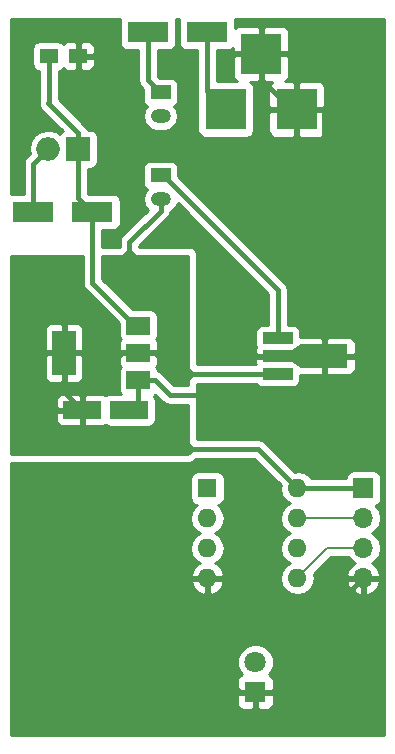
<source format=gbr>
G04 #@! TF.FileFunction,Copper,L1,Top,Signal*
%FSLAX46Y46*%
G04 Gerber Fmt 4.6, Leading zero omitted, Abs format (unit mm)*
G04 Created by KiCad (PCBNEW 4.0.7-e2-6376~58~ubuntu16.04.1) date Wed Nov  1 22:14:58 2017*
%MOMM*%
%LPD*%
G01*
G04 APERTURE LIST*
%ADD10C,0.100000*%
%ADD11R,1.500000X1.250000*%
%ADD12R,3.200000X1.500000*%
%ADD13R,3.500000X1.800000*%
%ADD14R,1.700000X1.700000*%
%ADD15O,1.700000X1.700000*%
%ADD16R,1.700000X1.200000*%
%ADD17O,1.700000X1.200000*%
%ADD18R,2.500000X1.000000*%
%ADD19R,4.000000X2.000000*%
%ADD20R,2.000000X3.800000*%
%ADD21R,2.000000X1.500000*%
%ADD22R,1.600000X1.600000*%
%ADD23O,1.600000X1.600000*%
%ADD24O,1.998980X1.998980*%
%ADD25R,1.998980X1.998980*%
%ADD26R,1.800000X1.800000*%
%ADD27C,1.800000*%
%ADD28R,3.500000X3.500000*%
%ADD29C,0.600000*%
%ADD30C,0.400000*%
%ADD31C,0.200000*%
%ADD32C,0.250000*%
%ADD33C,0.254000*%
G04 APERTURE END LIST*
D10*
D11*
X103906000Y-53848000D03*
X106406000Y-53848000D03*
D12*
X106744000Y-83820000D03*
X110744000Y-83820000D03*
D13*
X112308000Y-51816000D03*
X117308000Y-51816000D03*
X107616000Y-67056000D03*
X102616000Y-67056000D03*
D14*
X130556000Y-90424000D03*
D15*
X130556000Y-92964000D03*
X130556000Y-95504000D03*
X130556000Y-98044000D03*
D16*
X113376000Y-56928000D03*
D17*
X113376000Y-58928000D03*
D18*
X123294000Y-77748000D03*
X123294000Y-79248000D03*
X123294000Y-80748000D03*
D19*
X127254000Y-79248000D03*
D10*
G36*
X125279000Y-80248000D02*
X124529000Y-79748000D01*
X124529000Y-78748000D01*
X125279000Y-78248000D01*
X125279000Y-80248000D01*
X125279000Y-80248000D01*
G37*
D20*
X105206000Y-78980000D03*
D21*
X111506000Y-78980000D03*
X111506000Y-76680000D03*
X111506000Y-81280000D03*
D16*
X113376000Y-63956000D03*
D17*
X113376000Y-65956000D03*
D22*
X117348000Y-90424000D03*
D23*
X124968000Y-98044000D03*
X117348000Y-92964000D03*
X124968000Y-95504000D03*
X117348000Y-95504000D03*
X124968000Y-92964000D03*
X117348000Y-98044000D03*
X124968000Y-90424000D03*
D24*
X103886000Y-61722000D03*
D25*
X106426000Y-61722000D03*
D26*
X121412000Y-107696000D03*
D27*
X121412000Y-105156000D03*
D28*
X118900000Y-58370000D03*
X124900000Y-58370000D03*
X121900000Y-53670000D03*
D29*
X120396000Y-79248000D03*
X113792000Y-78994000D03*
X105156000Y-75946000D03*
X103124000Y-75946000D03*
X103124000Y-77470000D03*
X103124000Y-78994000D03*
X103124000Y-80518000D03*
X103124000Y-82042000D03*
X105206000Y-82042000D03*
D30*
X117308000Y-51816000D02*
X117308000Y-56778000D01*
X117308000Y-56778000D02*
X118900000Y-58370000D01*
X123294000Y-79248000D02*
X120396000Y-79248000D01*
X114017000Y-62484000D02*
X122936000Y-62484000D01*
X122936000Y-62484000D02*
X124900000Y-60520000D01*
X124900000Y-60520000D02*
X124900000Y-58370000D01*
X106406000Y-53848000D02*
X106406000Y-54873000D01*
X106406000Y-54873000D02*
X114017000Y-62484000D01*
X124904000Y-79248000D02*
X123294000Y-79248000D01*
X123294000Y-79248000D02*
X127254000Y-79248000D01*
X127254000Y-79248000D02*
X127254000Y-58574000D01*
X127254000Y-58574000D02*
X127050000Y-58370000D01*
X127050000Y-58370000D02*
X124900000Y-58370000D01*
X117348000Y-98044000D02*
X117348000Y-104932000D01*
X117348000Y-104932000D02*
X120112000Y-107696000D01*
X120112000Y-107696000D02*
X121412000Y-107696000D01*
X129706001Y-102703999D02*
X124714000Y-107696000D01*
X124714000Y-107696000D02*
X121412000Y-107696000D01*
X130556000Y-98044000D02*
X129706001Y-98893999D01*
X129706001Y-98893999D02*
X129706001Y-102703999D01*
X125476000Y-82550000D02*
X127254000Y-80772000D01*
X127254000Y-80772000D02*
X127254000Y-79248000D01*
X111506000Y-81280000D02*
X112906000Y-81280000D01*
X112906000Y-81280000D02*
X114176000Y-82550000D01*
X114176000Y-82550000D02*
X125476000Y-82550000D01*
X111506000Y-81280000D02*
X111506000Y-83058000D01*
X111506000Y-83058000D02*
X110744000Y-83820000D01*
X121900000Y-53670000D02*
X121900000Y-55820000D01*
X121900000Y-55820000D02*
X124450000Y-58370000D01*
X124450000Y-58370000D02*
X124900000Y-58370000D01*
X106426000Y-61722000D02*
X106426000Y-65866000D01*
X106426000Y-65866000D02*
X107616000Y-67056000D01*
X107616000Y-67056000D02*
X107616000Y-73040000D01*
X111256000Y-76680000D02*
X111506000Y-76680000D01*
X107616000Y-73040000D02*
X111256000Y-76680000D01*
X103886000Y-57782510D02*
X103906000Y-57762510D01*
X103906000Y-57762510D02*
X103906000Y-53848000D01*
X106426000Y-61722000D02*
X106426000Y-60322510D01*
X106426000Y-60322510D02*
X103886000Y-57782510D01*
X115824000Y-87376000D02*
X115316000Y-87376000D01*
X116078000Y-87122000D02*
X115824000Y-87376000D01*
X115570000Y-86614000D02*
X116078000Y-87122000D01*
X116078000Y-87122000D02*
X108458000Y-87122000D01*
X121666000Y-87122000D02*
X116078000Y-87122000D01*
X110744000Y-70358000D02*
X110236000Y-70866000D01*
X111252000Y-70866000D02*
X110744000Y-70358000D01*
X110744000Y-70358000D02*
X110744000Y-71882000D01*
X110744000Y-69588000D02*
X110744000Y-70358000D01*
X113376000Y-65956000D02*
X113376000Y-66956000D01*
X113376000Y-66956000D02*
X110744000Y-69588000D01*
X111506000Y-78980000D02*
X113778000Y-78980000D01*
X113778000Y-78980000D02*
X113792000Y-78994000D01*
X116054000Y-80748000D02*
X115570000Y-80264000D01*
X116054000Y-80796000D02*
X115570000Y-81280000D01*
X116054000Y-80748000D02*
X116054000Y-80796000D01*
X116332000Y-80748000D02*
X121644000Y-80748000D01*
X114674000Y-80748000D02*
X116332000Y-80748000D01*
X116332000Y-80748000D02*
X116054000Y-80748000D01*
X103124000Y-77470000D02*
X103124000Y-75946000D01*
X103124000Y-80518000D02*
X103124000Y-78994000D01*
X105206000Y-82042000D02*
X103124000Y-82042000D01*
X108458000Y-87122000D02*
X106744000Y-85408000D01*
X106744000Y-85408000D02*
X106744000Y-83820000D01*
X124968000Y-90424000D02*
X121666000Y-87122000D01*
X105206000Y-82042000D02*
X105206000Y-82282000D01*
X105206000Y-78980000D02*
X105206000Y-82042000D01*
X111506000Y-78980000D02*
X110106000Y-78980000D01*
X110106000Y-78980000D02*
X106744000Y-82342000D01*
X106744000Y-82342000D02*
X106744000Y-82670000D01*
X106744000Y-82670000D02*
X106744000Y-83820000D01*
X124968000Y-90424000D02*
X130556000Y-90424000D01*
X111506000Y-78980000D02*
X112906000Y-78980000D01*
X112906000Y-78980000D02*
X114674000Y-80748000D01*
X121644000Y-80748000D02*
X123294000Y-80748000D01*
X105206000Y-82282000D02*
X106744000Y-83820000D01*
X105206000Y-78980000D02*
X111506000Y-78980000D01*
X113626000Y-65956000D02*
X113376000Y-65956000D01*
X112308000Y-51816000D02*
X112308000Y-55908000D01*
X112308000Y-55908000D02*
X113376000Y-56976000D01*
X102616000Y-67056000D02*
X102616000Y-62992000D01*
X102616000Y-62992000D02*
X103886000Y-61722000D01*
D31*
X124968000Y-92964000D02*
X130556000Y-92964000D01*
X124968000Y-98044000D02*
X127508000Y-95504000D01*
X127508000Y-95504000D02*
X130556000Y-95504000D01*
D30*
X113376000Y-63956000D02*
X113626000Y-63956000D01*
X123294000Y-76848000D02*
X123294000Y-77748000D01*
X113626000Y-63956000D02*
X123294000Y-73624000D01*
X123294000Y-73624000D02*
X123294000Y-76848000D01*
D32*
X113626000Y-63956000D02*
X113678000Y-64008000D01*
D33*
G36*
X106781000Y-73040000D02*
X106844561Y-73359541D01*
X107025566Y-73630434D01*
X109858560Y-76463428D01*
X109858560Y-77430000D01*
X109902838Y-77665317D01*
X110008482Y-77829492D01*
X109967673Y-77870301D01*
X109871000Y-78103690D01*
X109871000Y-78694250D01*
X110029750Y-78853000D01*
X111379000Y-78853000D01*
X111379000Y-78833000D01*
X111633000Y-78833000D01*
X111633000Y-78853000D01*
X112982250Y-78853000D01*
X113141000Y-78694250D01*
X113141000Y-78103690D01*
X113044327Y-77870301D01*
X113002366Y-77828340D01*
X113102431Y-77681890D01*
X113153440Y-77430000D01*
X113153440Y-75930000D01*
X113109162Y-75694683D01*
X112970090Y-75478559D01*
X112757890Y-75333569D01*
X112506000Y-75282560D01*
X111039428Y-75282560D01*
X108451000Y-72694132D01*
X108451000Y-70739000D01*
X115697000Y-70739000D01*
X115697000Y-81715000D01*
X114521868Y-81715000D01*
X113496434Y-80689566D01*
X113225541Y-80508561D01*
X113146446Y-80492828D01*
X113109162Y-80294683D01*
X113003518Y-80130508D01*
X113044327Y-80089699D01*
X113141000Y-79856310D01*
X113141000Y-79265750D01*
X112982250Y-79107000D01*
X111633000Y-79107000D01*
X111633000Y-79127000D01*
X111379000Y-79127000D01*
X111379000Y-79107000D01*
X110029750Y-79107000D01*
X109871000Y-79265750D01*
X109871000Y-79856310D01*
X109967673Y-80089699D01*
X110009634Y-80131660D01*
X109909569Y-80278110D01*
X109858560Y-80530000D01*
X109858560Y-82030000D01*
X109902838Y-82265317D01*
X110004021Y-82422560D01*
X109144000Y-82422560D01*
X108908683Y-82466838D01*
X108744507Y-82572482D01*
X108703698Y-82531673D01*
X108470309Y-82435000D01*
X107029750Y-82435000D01*
X106871000Y-82593750D01*
X106871000Y-83693000D01*
X106891000Y-83693000D01*
X106891000Y-83947000D01*
X106871000Y-83947000D01*
X106871000Y-85046250D01*
X107029750Y-85205000D01*
X108470309Y-85205000D01*
X108703698Y-85108327D01*
X108745660Y-85066366D01*
X108892110Y-85166431D01*
X109144000Y-85217440D01*
X112344000Y-85217440D01*
X112579317Y-85173162D01*
X112795441Y-85034090D01*
X112940431Y-84821890D01*
X112991440Y-84570000D01*
X112991440Y-83070000D01*
X112947162Y-82834683D01*
X112808090Y-82618559D01*
X112786711Y-82603952D01*
X112946355Y-82501223D01*
X113585566Y-83140434D01*
X113856459Y-83321439D01*
X114176000Y-83385000D01*
X115697000Y-83385000D01*
X115697000Y-87503000D01*
X100710000Y-87503000D01*
X100710000Y-84105750D01*
X104509000Y-84105750D01*
X104509000Y-84696310D01*
X104605673Y-84929699D01*
X104784302Y-85108327D01*
X105017691Y-85205000D01*
X106458250Y-85205000D01*
X106617000Y-85046250D01*
X106617000Y-83947000D01*
X104667750Y-83947000D01*
X104509000Y-84105750D01*
X100710000Y-84105750D01*
X100710000Y-82943690D01*
X104509000Y-82943690D01*
X104509000Y-83534250D01*
X104667750Y-83693000D01*
X106617000Y-83693000D01*
X106617000Y-82593750D01*
X106458250Y-82435000D01*
X105017691Y-82435000D01*
X104784302Y-82531673D01*
X104605673Y-82710301D01*
X104509000Y-82943690D01*
X100710000Y-82943690D01*
X100710000Y-79265750D01*
X103571000Y-79265750D01*
X103571000Y-81006310D01*
X103667673Y-81239699D01*
X103846302Y-81418327D01*
X104079691Y-81515000D01*
X104920250Y-81515000D01*
X105079000Y-81356250D01*
X105079000Y-79107000D01*
X105333000Y-79107000D01*
X105333000Y-81356250D01*
X105491750Y-81515000D01*
X106332309Y-81515000D01*
X106565698Y-81418327D01*
X106744327Y-81239699D01*
X106841000Y-81006310D01*
X106841000Y-79265750D01*
X106682250Y-79107000D01*
X105333000Y-79107000D01*
X105079000Y-79107000D01*
X103729750Y-79107000D01*
X103571000Y-79265750D01*
X100710000Y-79265750D01*
X100710000Y-76953690D01*
X103571000Y-76953690D01*
X103571000Y-78694250D01*
X103729750Y-78853000D01*
X105079000Y-78853000D01*
X105079000Y-76603750D01*
X105333000Y-76603750D01*
X105333000Y-78853000D01*
X106682250Y-78853000D01*
X106841000Y-78694250D01*
X106841000Y-76953690D01*
X106744327Y-76720301D01*
X106565698Y-76541673D01*
X106332309Y-76445000D01*
X105491750Y-76445000D01*
X105333000Y-76603750D01*
X105079000Y-76603750D01*
X104920250Y-76445000D01*
X104079691Y-76445000D01*
X103846302Y-76541673D01*
X103667673Y-76720301D01*
X103571000Y-76953690D01*
X100710000Y-76953690D01*
X100710000Y-70739000D01*
X106781000Y-70739000D01*
X106781000Y-73040000D01*
X106781000Y-73040000D01*
G37*
X106781000Y-73040000D02*
X106844561Y-73359541D01*
X107025566Y-73630434D01*
X109858560Y-76463428D01*
X109858560Y-77430000D01*
X109902838Y-77665317D01*
X110008482Y-77829492D01*
X109967673Y-77870301D01*
X109871000Y-78103690D01*
X109871000Y-78694250D01*
X110029750Y-78853000D01*
X111379000Y-78853000D01*
X111379000Y-78833000D01*
X111633000Y-78833000D01*
X111633000Y-78853000D01*
X112982250Y-78853000D01*
X113141000Y-78694250D01*
X113141000Y-78103690D01*
X113044327Y-77870301D01*
X113002366Y-77828340D01*
X113102431Y-77681890D01*
X113153440Y-77430000D01*
X113153440Y-75930000D01*
X113109162Y-75694683D01*
X112970090Y-75478559D01*
X112757890Y-75333569D01*
X112506000Y-75282560D01*
X111039428Y-75282560D01*
X108451000Y-72694132D01*
X108451000Y-70739000D01*
X115697000Y-70739000D01*
X115697000Y-81715000D01*
X114521868Y-81715000D01*
X113496434Y-80689566D01*
X113225541Y-80508561D01*
X113146446Y-80492828D01*
X113109162Y-80294683D01*
X113003518Y-80130508D01*
X113044327Y-80089699D01*
X113141000Y-79856310D01*
X113141000Y-79265750D01*
X112982250Y-79107000D01*
X111633000Y-79107000D01*
X111633000Y-79127000D01*
X111379000Y-79127000D01*
X111379000Y-79107000D01*
X110029750Y-79107000D01*
X109871000Y-79265750D01*
X109871000Y-79856310D01*
X109967673Y-80089699D01*
X110009634Y-80131660D01*
X109909569Y-80278110D01*
X109858560Y-80530000D01*
X109858560Y-82030000D01*
X109902838Y-82265317D01*
X110004021Y-82422560D01*
X109144000Y-82422560D01*
X108908683Y-82466838D01*
X108744507Y-82572482D01*
X108703698Y-82531673D01*
X108470309Y-82435000D01*
X107029750Y-82435000D01*
X106871000Y-82593750D01*
X106871000Y-83693000D01*
X106891000Y-83693000D01*
X106891000Y-83947000D01*
X106871000Y-83947000D01*
X106871000Y-85046250D01*
X107029750Y-85205000D01*
X108470309Y-85205000D01*
X108703698Y-85108327D01*
X108745660Y-85066366D01*
X108892110Y-85166431D01*
X109144000Y-85217440D01*
X112344000Y-85217440D01*
X112579317Y-85173162D01*
X112795441Y-85034090D01*
X112940431Y-84821890D01*
X112991440Y-84570000D01*
X112991440Y-83070000D01*
X112947162Y-82834683D01*
X112808090Y-82618559D01*
X112786711Y-82603952D01*
X112946355Y-82501223D01*
X113585566Y-83140434D01*
X113856459Y-83321439D01*
X114176000Y-83385000D01*
X115697000Y-83385000D01*
X115697000Y-87503000D01*
X100710000Y-87503000D01*
X100710000Y-84105750D01*
X104509000Y-84105750D01*
X104509000Y-84696310D01*
X104605673Y-84929699D01*
X104784302Y-85108327D01*
X105017691Y-85205000D01*
X106458250Y-85205000D01*
X106617000Y-85046250D01*
X106617000Y-83947000D01*
X104667750Y-83947000D01*
X104509000Y-84105750D01*
X100710000Y-84105750D01*
X100710000Y-82943690D01*
X104509000Y-82943690D01*
X104509000Y-83534250D01*
X104667750Y-83693000D01*
X106617000Y-83693000D01*
X106617000Y-82593750D01*
X106458250Y-82435000D01*
X105017691Y-82435000D01*
X104784302Y-82531673D01*
X104605673Y-82710301D01*
X104509000Y-82943690D01*
X100710000Y-82943690D01*
X100710000Y-79265750D01*
X103571000Y-79265750D01*
X103571000Y-81006310D01*
X103667673Y-81239699D01*
X103846302Y-81418327D01*
X104079691Y-81515000D01*
X104920250Y-81515000D01*
X105079000Y-81356250D01*
X105079000Y-79107000D01*
X105333000Y-79107000D01*
X105333000Y-81356250D01*
X105491750Y-81515000D01*
X106332309Y-81515000D01*
X106565698Y-81418327D01*
X106744327Y-81239699D01*
X106841000Y-81006310D01*
X106841000Y-79265750D01*
X106682250Y-79107000D01*
X105333000Y-79107000D01*
X105079000Y-79107000D01*
X103729750Y-79107000D01*
X103571000Y-79265750D01*
X100710000Y-79265750D01*
X100710000Y-76953690D01*
X103571000Y-76953690D01*
X103571000Y-78694250D01*
X103729750Y-78853000D01*
X105079000Y-78853000D01*
X105079000Y-76603750D01*
X105333000Y-76603750D01*
X105333000Y-78853000D01*
X106682250Y-78853000D01*
X106841000Y-78694250D01*
X106841000Y-76953690D01*
X106744327Y-76720301D01*
X106565698Y-76541673D01*
X106332309Y-76445000D01*
X105491750Y-76445000D01*
X105333000Y-76603750D01*
X105079000Y-76603750D01*
X104920250Y-76445000D01*
X104079691Y-76445000D01*
X103846302Y-76541673D01*
X103667673Y-76720301D01*
X103571000Y-76953690D01*
X100710000Y-76953690D01*
X100710000Y-70739000D01*
X106781000Y-70739000D01*
X106781000Y-73040000D01*
G36*
X109910560Y-50916000D02*
X109910560Y-52716000D01*
X109954838Y-52951317D01*
X110093910Y-53167441D01*
X110306110Y-53312431D01*
X110558000Y-53363440D01*
X111473000Y-53363440D01*
X111473000Y-55908000D01*
X111536561Y-56227541D01*
X111641560Y-56384683D01*
X111717566Y-56498434D01*
X111878560Y-56659428D01*
X111878560Y-57528000D01*
X111922838Y-57763317D01*
X112061910Y-57979441D01*
X112207475Y-58078901D01*
X111955916Y-58455386D01*
X111861907Y-58928000D01*
X111955916Y-59400614D01*
X112223630Y-59801277D01*
X112624293Y-60068991D01*
X113096907Y-60163000D01*
X113655093Y-60163000D01*
X114127707Y-60068991D01*
X114528370Y-59801277D01*
X114796084Y-59400614D01*
X114890093Y-58928000D01*
X114796084Y-58455386D01*
X114543926Y-58078004D01*
X114677441Y-57992090D01*
X114822431Y-57779890D01*
X114873440Y-57528000D01*
X114873440Y-56328000D01*
X114829162Y-56092683D01*
X114690090Y-55876559D01*
X114477890Y-55731569D01*
X114226000Y-55680560D01*
X113261428Y-55680560D01*
X113143000Y-55562132D01*
X113143000Y-53363440D01*
X114058000Y-53363440D01*
X114293317Y-53319162D01*
X114509441Y-53180090D01*
X114654431Y-52967890D01*
X114705440Y-52716000D01*
X114705440Y-50916000D01*
X114666678Y-50710000D01*
X114952276Y-50710000D01*
X114910560Y-50916000D01*
X114910560Y-52716000D01*
X114954838Y-52951317D01*
X115093910Y-53167441D01*
X115306110Y-53312431D01*
X115558000Y-53363440D01*
X116473000Y-53363440D01*
X116473000Y-56778000D01*
X116502560Y-56926607D01*
X116502560Y-60120000D01*
X116546838Y-60355317D01*
X116685910Y-60571441D01*
X116898110Y-60716431D01*
X117150000Y-60767440D01*
X120650000Y-60767440D01*
X120885317Y-60723162D01*
X121101441Y-60584090D01*
X121246431Y-60371890D01*
X121297440Y-60120000D01*
X121297440Y-58655750D01*
X122515000Y-58655750D01*
X122515000Y-60246310D01*
X122611673Y-60479699D01*
X122790302Y-60658327D01*
X123023691Y-60755000D01*
X124614250Y-60755000D01*
X124773000Y-60596250D01*
X124773000Y-58497000D01*
X125027000Y-58497000D01*
X125027000Y-60596250D01*
X125185750Y-60755000D01*
X126776309Y-60755000D01*
X127009698Y-60658327D01*
X127188327Y-60479699D01*
X127285000Y-60246310D01*
X127285000Y-58655750D01*
X127126250Y-58497000D01*
X125027000Y-58497000D01*
X124773000Y-58497000D01*
X122673750Y-58497000D01*
X122515000Y-58655750D01*
X121297440Y-58655750D01*
X121297440Y-56620000D01*
X121253162Y-56384683D01*
X121114090Y-56168559D01*
X120947891Y-56055000D01*
X121614250Y-56055000D01*
X121773000Y-55896250D01*
X121773000Y-53797000D01*
X122027000Y-53797000D01*
X122027000Y-55896250D01*
X122185750Y-56055000D01*
X122854696Y-56055000D01*
X122790302Y-56081673D01*
X122611673Y-56260301D01*
X122515000Y-56493690D01*
X122515000Y-58084250D01*
X122673750Y-58243000D01*
X124773000Y-58243000D01*
X124773000Y-56143750D01*
X125027000Y-56143750D01*
X125027000Y-58243000D01*
X127126250Y-58243000D01*
X127285000Y-58084250D01*
X127285000Y-56493690D01*
X127188327Y-56260301D01*
X127009698Y-56081673D01*
X126776309Y-55985000D01*
X125185750Y-55985000D01*
X125027000Y-56143750D01*
X124773000Y-56143750D01*
X124614250Y-55985000D01*
X123945304Y-55985000D01*
X124009698Y-55958327D01*
X124188327Y-55779699D01*
X124285000Y-55546310D01*
X124285000Y-53955750D01*
X124126250Y-53797000D01*
X122027000Y-53797000D01*
X121773000Y-53797000D01*
X119673750Y-53797000D01*
X119515000Y-53955750D01*
X119515000Y-55546310D01*
X119611673Y-55779699D01*
X119790302Y-55958327D01*
X119824663Y-55972560D01*
X118143000Y-55972560D01*
X118143000Y-53363440D01*
X119058000Y-53363440D01*
X119293317Y-53319162D01*
X119509441Y-53180090D01*
X119515000Y-53171954D01*
X119515000Y-53384250D01*
X119673750Y-53543000D01*
X121773000Y-53543000D01*
X121773000Y-51443750D01*
X122027000Y-51443750D01*
X122027000Y-53543000D01*
X124126250Y-53543000D01*
X124285000Y-53384250D01*
X124285000Y-51793690D01*
X124188327Y-51560301D01*
X124009698Y-51381673D01*
X123776309Y-51285000D01*
X122185750Y-51285000D01*
X122027000Y-51443750D01*
X121773000Y-51443750D01*
X121614250Y-51285000D01*
X120023691Y-51285000D01*
X119790302Y-51381673D01*
X119705440Y-51466535D01*
X119705440Y-50916000D01*
X119666678Y-50710000D01*
X132290000Y-50710000D01*
X132290000Y-111290000D01*
X100710000Y-111290000D01*
X100710000Y-107981750D01*
X119877000Y-107981750D01*
X119877000Y-108722309D01*
X119973673Y-108955698D01*
X120152301Y-109134327D01*
X120385690Y-109231000D01*
X121126250Y-109231000D01*
X121285000Y-109072250D01*
X121285000Y-107823000D01*
X121539000Y-107823000D01*
X121539000Y-109072250D01*
X121697750Y-109231000D01*
X122438310Y-109231000D01*
X122671699Y-109134327D01*
X122850327Y-108955698D01*
X122947000Y-108722309D01*
X122947000Y-107981750D01*
X122788250Y-107823000D01*
X121539000Y-107823000D01*
X121285000Y-107823000D01*
X120035750Y-107823000D01*
X119877000Y-107981750D01*
X100710000Y-107981750D01*
X100710000Y-105459991D01*
X119876735Y-105459991D01*
X120109932Y-106024371D01*
X120287092Y-106201841D01*
X120152301Y-106257673D01*
X119973673Y-106436302D01*
X119877000Y-106669691D01*
X119877000Y-107410250D01*
X120035750Y-107569000D01*
X121285000Y-107569000D01*
X121285000Y-107549000D01*
X121539000Y-107549000D01*
X121539000Y-107569000D01*
X122788250Y-107569000D01*
X122947000Y-107410250D01*
X122947000Y-106669691D01*
X122850327Y-106436302D01*
X122671699Y-106257673D01*
X122537006Y-106201881D01*
X122712551Y-106026643D01*
X122946733Y-105462670D01*
X122947265Y-104852009D01*
X122714068Y-104287629D01*
X122282643Y-103855449D01*
X121718670Y-103621267D01*
X121108009Y-103620735D01*
X120543629Y-103853932D01*
X120111449Y-104285357D01*
X119877267Y-104849330D01*
X119876735Y-105459991D01*
X100710000Y-105459991D01*
X100710000Y-98393039D01*
X115956096Y-98393039D01*
X116116959Y-98781423D01*
X116492866Y-99196389D01*
X116998959Y-99435914D01*
X117221000Y-99314629D01*
X117221000Y-98171000D01*
X117475000Y-98171000D01*
X117475000Y-99314629D01*
X117697041Y-99435914D01*
X118203134Y-99196389D01*
X118579041Y-98781423D01*
X118739904Y-98393039D01*
X118617915Y-98171000D01*
X117475000Y-98171000D01*
X117221000Y-98171000D01*
X116078085Y-98171000D01*
X115956096Y-98393039D01*
X100710000Y-98393039D01*
X100710000Y-92964000D01*
X115884887Y-92964000D01*
X115994120Y-93513151D01*
X116305189Y-93978698D01*
X116687275Y-94234000D01*
X116305189Y-94489302D01*
X115994120Y-94954849D01*
X115884887Y-95504000D01*
X115994120Y-96053151D01*
X116305189Y-96518698D01*
X116709703Y-96788986D01*
X116492866Y-96891611D01*
X116116959Y-97306577D01*
X115956096Y-97694961D01*
X116078085Y-97917000D01*
X117221000Y-97917000D01*
X117221000Y-97897000D01*
X117475000Y-97897000D01*
X117475000Y-97917000D01*
X118617915Y-97917000D01*
X118739904Y-97694961D01*
X118579041Y-97306577D01*
X118203134Y-96891611D01*
X117986297Y-96788986D01*
X118390811Y-96518698D01*
X118701880Y-96053151D01*
X118811113Y-95504000D01*
X118701880Y-94954849D01*
X118390811Y-94489302D01*
X118008725Y-94234000D01*
X118390811Y-93978698D01*
X118701880Y-93513151D01*
X118811113Y-92964000D01*
X118701880Y-92414849D01*
X118390811Y-91949302D01*
X118246535Y-91852899D01*
X118383317Y-91827162D01*
X118599441Y-91688090D01*
X118744431Y-91475890D01*
X118795440Y-91224000D01*
X118795440Y-89624000D01*
X118751162Y-89388683D01*
X118612090Y-89172559D01*
X118399890Y-89027569D01*
X118148000Y-88976560D01*
X116548000Y-88976560D01*
X116312683Y-89020838D01*
X116096559Y-89159910D01*
X115951569Y-89372110D01*
X115900560Y-89624000D01*
X115900560Y-91224000D01*
X115944838Y-91459317D01*
X116083910Y-91675441D01*
X116296110Y-91820431D01*
X116451089Y-91851815D01*
X116305189Y-91949302D01*
X115994120Y-92414849D01*
X115884887Y-92964000D01*
X100710000Y-92964000D01*
X100710000Y-88265000D01*
X115824000Y-88265000D01*
X116054795Y-88221573D01*
X116266767Y-88085173D01*
X116354344Y-87957000D01*
X121320132Y-87957000D01*
X123551714Y-90188582D01*
X123504887Y-90424000D01*
X123614120Y-90973151D01*
X123925189Y-91438698D01*
X124307275Y-91694000D01*
X123925189Y-91949302D01*
X123614120Y-92414849D01*
X123504887Y-92964000D01*
X123614120Y-93513151D01*
X123925189Y-93978698D01*
X124307275Y-94234000D01*
X123925189Y-94489302D01*
X123614120Y-94954849D01*
X123504887Y-95504000D01*
X123614120Y-96053151D01*
X123925189Y-96518698D01*
X124307275Y-96774000D01*
X123925189Y-97029302D01*
X123614120Y-97494849D01*
X123504887Y-98044000D01*
X123614120Y-98593151D01*
X123925189Y-99058698D01*
X124390736Y-99369767D01*
X124939887Y-99479000D01*
X124996113Y-99479000D01*
X125545264Y-99369767D01*
X126010811Y-99058698D01*
X126321880Y-98593151D01*
X126360123Y-98400890D01*
X129114524Y-98400890D01*
X129284355Y-98810924D01*
X129674642Y-99239183D01*
X130199108Y-99485486D01*
X130429000Y-99364819D01*
X130429000Y-98171000D01*
X130683000Y-98171000D01*
X130683000Y-99364819D01*
X130912892Y-99485486D01*
X131437358Y-99239183D01*
X131827645Y-98810924D01*
X131997476Y-98400890D01*
X131876155Y-98171000D01*
X130683000Y-98171000D01*
X130429000Y-98171000D01*
X129235845Y-98171000D01*
X129114524Y-98400890D01*
X126360123Y-98400890D01*
X126431113Y-98044000D01*
X126360822Y-97690624D01*
X127812447Y-96239000D01*
X129266341Y-96239000D01*
X129476853Y-96554054D01*
X129817553Y-96781702D01*
X129674642Y-96848817D01*
X129284355Y-97277076D01*
X129114524Y-97687110D01*
X129235845Y-97917000D01*
X130429000Y-97917000D01*
X130429000Y-97897000D01*
X130683000Y-97897000D01*
X130683000Y-97917000D01*
X131876155Y-97917000D01*
X131997476Y-97687110D01*
X131827645Y-97277076D01*
X131437358Y-96848817D01*
X131294447Y-96781702D01*
X131635147Y-96554054D01*
X131957054Y-96072285D01*
X132070093Y-95504000D01*
X131957054Y-94935715D01*
X131635147Y-94453946D01*
X131305974Y-94234000D01*
X131635147Y-94014054D01*
X131957054Y-93532285D01*
X132070093Y-92964000D01*
X131957054Y-92395715D01*
X131635147Y-91913946D01*
X131593548Y-91886150D01*
X131641317Y-91877162D01*
X131857441Y-91738090D01*
X132002431Y-91525890D01*
X132053440Y-91274000D01*
X132053440Y-89574000D01*
X132009162Y-89338683D01*
X131870090Y-89122559D01*
X131657890Y-88977569D01*
X131406000Y-88926560D01*
X129706000Y-88926560D01*
X129470683Y-88970838D01*
X129254559Y-89109910D01*
X129109569Y-89322110D01*
X129058560Y-89574000D01*
X129058560Y-89589000D01*
X126130882Y-89589000D01*
X126010811Y-89409302D01*
X125545264Y-89098233D01*
X124996113Y-88989000D01*
X124939887Y-88989000D01*
X124751367Y-89026499D01*
X122256434Y-86531566D01*
X121985541Y-86350561D01*
X121666000Y-86287000D01*
X116459000Y-86287000D01*
X116459000Y-81583000D01*
X121504982Y-81583000D01*
X121579910Y-81699441D01*
X121792110Y-81844431D01*
X122044000Y-81895440D01*
X124544000Y-81895440D01*
X124779317Y-81851162D01*
X124995441Y-81712090D01*
X125140431Y-81499890D01*
X125191440Y-81248000D01*
X125191440Y-80883000D01*
X125222761Y-80883000D01*
X125261113Y-80895193D01*
X125331230Y-80883000D01*
X126968250Y-80883000D01*
X127127000Y-80724250D01*
X127127000Y-79375000D01*
X127381000Y-79375000D01*
X127381000Y-80724250D01*
X127539750Y-80883000D01*
X129380310Y-80883000D01*
X129613699Y-80786327D01*
X129792327Y-80607698D01*
X129889000Y-80374309D01*
X129889000Y-79533750D01*
X129730250Y-79375000D01*
X127381000Y-79375000D01*
X127127000Y-79375000D01*
X123421000Y-79375000D01*
X123421000Y-79395000D01*
X123167000Y-79395000D01*
X123167000Y-79375000D01*
X121567750Y-79375000D01*
X121409000Y-79533750D01*
X121409000Y-79874309D01*
X121425026Y-79913000D01*
X116459000Y-79913000D01*
X116459000Y-70612000D01*
X116415573Y-70381205D01*
X116279173Y-70169233D01*
X116071051Y-70027029D01*
X115824000Y-69977000D01*
X111579000Y-69977000D01*
X111579000Y-69933868D01*
X113966434Y-67546434D01*
X114080621Y-67375541D01*
X114147439Y-67275541D01*
X114191424Y-67054417D01*
X114528370Y-66829277D01*
X114796084Y-66428614D01*
X114816269Y-66327137D01*
X122459000Y-73969868D01*
X122459000Y-76600560D01*
X122044000Y-76600560D01*
X121808683Y-76644838D01*
X121592559Y-76783910D01*
X121447569Y-76996110D01*
X121396560Y-77248000D01*
X121396560Y-78248000D01*
X121440838Y-78483317D01*
X121456339Y-78507406D01*
X121409000Y-78621691D01*
X121409000Y-78962250D01*
X121567750Y-79121000D01*
X123167000Y-79121000D01*
X123167000Y-79101000D01*
X123421000Y-79101000D01*
X123421000Y-79121000D01*
X127127000Y-79121000D01*
X127127000Y-77771750D01*
X127381000Y-77771750D01*
X127381000Y-79121000D01*
X129730250Y-79121000D01*
X129889000Y-78962250D01*
X129889000Y-78121691D01*
X129792327Y-77888302D01*
X129613699Y-77709673D01*
X129380310Y-77613000D01*
X127539750Y-77613000D01*
X127381000Y-77771750D01*
X127127000Y-77771750D01*
X126968250Y-77613000D01*
X125243992Y-77613000D01*
X125191440Y-77612400D01*
X125191440Y-77248000D01*
X125147162Y-77012683D01*
X125008090Y-76796559D01*
X124795890Y-76651569D01*
X124544000Y-76600560D01*
X124129000Y-76600560D01*
X124129000Y-73624000D01*
X124076396Y-73359541D01*
X124065440Y-73304460D01*
X123884434Y-73033566D01*
X114873440Y-64022572D01*
X114873440Y-63356000D01*
X114829162Y-63120683D01*
X114690090Y-62904559D01*
X114477890Y-62759569D01*
X114226000Y-62708560D01*
X112526000Y-62708560D01*
X112290683Y-62752838D01*
X112074559Y-62891910D01*
X111929569Y-63104110D01*
X111878560Y-63356000D01*
X111878560Y-64556000D01*
X111922838Y-64791317D01*
X112061910Y-65007441D01*
X112207475Y-65106901D01*
X111955916Y-65483386D01*
X111861907Y-65956000D01*
X111955916Y-66428614D01*
X112223630Y-66829277D01*
X112282512Y-66868620D01*
X110153566Y-68997566D01*
X109972561Y-69268459D01*
X109909000Y-69588000D01*
X109909000Y-69977000D01*
X108451000Y-69977000D01*
X108451000Y-68603440D01*
X109366000Y-68603440D01*
X109601317Y-68559162D01*
X109817441Y-68420090D01*
X109962431Y-68207890D01*
X110013440Y-67956000D01*
X110013440Y-66156000D01*
X109969162Y-65920683D01*
X109830090Y-65704559D01*
X109617890Y-65559569D01*
X109366000Y-65508560D01*
X107261000Y-65508560D01*
X107261000Y-63368930D01*
X107425490Y-63368930D01*
X107660807Y-63324652D01*
X107876931Y-63185580D01*
X108021921Y-62973380D01*
X108072930Y-62721490D01*
X108072930Y-60722510D01*
X108028652Y-60487193D01*
X107889580Y-60271069D01*
X107677380Y-60126079D01*
X107425490Y-60075070D01*
X107211781Y-60075070D01*
X107197439Y-60002969D01*
X107016434Y-59732076D01*
X104741000Y-57456642D01*
X104741000Y-55104446D01*
X104891317Y-55076162D01*
X105107441Y-54937090D01*
X105153969Y-54868994D01*
X105296302Y-55011327D01*
X105529691Y-55108000D01*
X106120250Y-55108000D01*
X106279000Y-54949250D01*
X106279000Y-53975000D01*
X106533000Y-53975000D01*
X106533000Y-54949250D01*
X106691750Y-55108000D01*
X107282309Y-55108000D01*
X107515698Y-55011327D01*
X107694327Y-54832699D01*
X107791000Y-54599310D01*
X107791000Y-54133750D01*
X107632250Y-53975000D01*
X106533000Y-53975000D01*
X106279000Y-53975000D01*
X106259000Y-53975000D01*
X106259000Y-53721000D01*
X106279000Y-53721000D01*
X106279000Y-52746750D01*
X106533000Y-52746750D01*
X106533000Y-53721000D01*
X107632250Y-53721000D01*
X107791000Y-53562250D01*
X107791000Y-53096690D01*
X107694327Y-52863301D01*
X107515698Y-52684673D01*
X107282309Y-52588000D01*
X106691750Y-52588000D01*
X106533000Y-52746750D01*
X106279000Y-52746750D01*
X106120250Y-52588000D01*
X105529691Y-52588000D01*
X105296302Y-52684673D01*
X105155064Y-52825910D01*
X105120090Y-52771559D01*
X104907890Y-52626569D01*
X104656000Y-52575560D01*
X103156000Y-52575560D01*
X102920683Y-52619838D01*
X102704559Y-52758910D01*
X102559569Y-52971110D01*
X102508560Y-53223000D01*
X102508560Y-54473000D01*
X102552838Y-54708317D01*
X102691910Y-54924441D01*
X102904110Y-55069431D01*
X103071000Y-55103227D01*
X103071000Y-57681964D01*
X103051000Y-57782510D01*
X103114561Y-58102050D01*
X103295566Y-58372944D01*
X105100396Y-60177774D01*
X104975069Y-60258420D01*
X104861610Y-60424473D01*
X104543514Y-60211928D01*
X103918022Y-60087510D01*
X103853978Y-60087510D01*
X103228486Y-60211928D01*
X102698219Y-60566241D01*
X102343906Y-61096508D01*
X102219488Y-61722000D01*
X102300061Y-62127071D01*
X102025566Y-62401566D01*
X101844561Y-62672459D01*
X101781000Y-62992000D01*
X101781000Y-65508560D01*
X100866000Y-65508560D01*
X100710000Y-65537913D01*
X100710000Y-50710000D01*
X109952276Y-50710000D01*
X109910560Y-50916000D01*
X109910560Y-50916000D01*
G37*
X109910560Y-50916000D02*
X109910560Y-52716000D01*
X109954838Y-52951317D01*
X110093910Y-53167441D01*
X110306110Y-53312431D01*
X110558000Y-53363440D01*
X111473000Y-53363440D01*
X111473000Y-55908000D01*
X111536561Y-56227541D01*
X111641560Y-56384683D01*
X111717566Y-56498434D01*
X111878560Y-56659428D01*
X111878560Y-57528000D01*
X111922838Y-57763317D01*
X112061910Y-57979441D01*
X112207475Y-58078901D01*
X111955916Y-58455386D01*
X111861907Y-58928000D01*
X111955916Y-59400614D01*
X112223630Y-59801277D01*
X112624293Y-60068991D01*
X113096907Y-60163000D01*
X113655093Y-60163000D01*
X114127707Y-60068991D01*
X114528370Y-59801277D01*
X114796084Y-59400614D01*
X114890093Y-58928000D01*
X114796084Y-58455386D01*
X114543926Y-58078004D01*
X114677441Y-57992090D01*
X114822431Y-57779890D01*
X114873440Y-57528000D01*
X114873440Y-56328000D01*
X114829162Y-56092683D01*
X114690090Y-55876559D01*
X114477890Y-55731569D01*
X114226000Y-55680560D01*
X113261428Y-55680560D01*
X113143000Y-55562132D01*
X113143000Y-53363440D01*
X114058000Y-53363440D01*
X114293317Y-53319162D01*
X114509441Y-53180090D01*
X114654431Y-52967890D01*
X114705440Y-52716000D01*
X114705440Y-50916000D01*
X114666678Y-50710000D01*
X114952276Y-50710000D01*
X114910560Y-50916000D01*
X114910560Y-52716000D01*
X114954838Y-52951317D01*
X115093910Y-53167441D01*
X115306110Y-53312431D01*
X115558000Y-53363440D01*
X116473000Y-53363440D01*
X116473000Y-56778000D01*
X116502560Y-56926607D01*
X116502560Y-60120000D01*
X116546838Y-60355317D01*
X116685910Y-60571441D01*
X116898110Y-60716431D01*
X117150000Y-60767440D01*
X120650000Y-60767440D01*
X120885317Y-60723162D01*
X121101441Y-60584090D01*
X121246431Y-60371890D01*
X121297440Y-60120000D01*
X121297440Y-58655750D01*
X122515000Y-58655750D01*
X122515000Y-60246310D01*
X122611673Y-60479699D01*
X122790302Y-60658327D01*
X123023691Y-60755000D01*
X124614250Y-60755000D01*
X124773000Y-60596250D01*
X124773000Y-58497000D01*
X125027000Y-58497000D01*
X125027000Y-60596250D01*
X125185750Y-60755000D01*
X126776309Y-60755000D01*
X127009698Y-60658327D01*
X127188327Y-60479699D01*
X127285000Y-60246310D01*
X127285000Y-58655750D01*
X127126250Y-58497000D01*
X125027000Y-58497000D01*
X124773000Y-58497000D01*
X122673750Y-58497000D01*
X122515000Y-58655750D01*
X121297440Y-58655750D01*
X121297440Y-56620000D01*
X121253162Y-56384683D01*
X121114090Y-56168559D01*
X120947891Y-56055000D01*
X121614250Y-56055000D01*
X121773000Y-55896250D01*
X121773000Y-53797000D01*
X122027000Y-53797000D01*
X122027000Y-55896250D01*
X122185750Y-56055000D01*
X122854696Y-56055000D01*
X122790302Y-56081673D01*
X122611673Y-56260301D01*
X122515000Y-56493690D01*
X122515000Y-58084250D01*
X122673750Y-58243000D01*
X124773000Y-58243000D01*
X124773000Y-56143750D01*
X125027000Y-56143750D01*
X125027000Y-58243000D01*
X127126250Y-58243000D01*
X127285000Y-58084250D01*
X127285000Y-56493690D01*
X127188327Y-56260301D01*
X127009698Y-56081673D01*
X126776309Y-55985000D01*
X125185750Y-55985000D01*
X125027000Y-56143750D01*
X124773000Y-56143750D01*
X124614250Y-55985000D01*
X123945304Y-55985000D01*
X124009698Y-55958327D01*
X124188327Y-55779699D01*
X124285000Y-55546310D01*
X124285000Y-53955750D01*
X124126250Y-53797000D01*
X122027000Y-53797000D01*
X121773000Y-53797000D01*
X119673750Y-53797000D01*
X119515000Y-53955750D01*
X119515000Y-55546310D01*
X119611673Y-55779699D01*
X119790302Y-55958327D01*
X119824663Y-55972560D01*
X118143000Y-55972560D01*
X118143000Y-53363440D01*
X119058000Y-53363440D01*
X119293317Y-53319162D01*
X119509441Y-53180090D01*
X119515000Y-53171954D01*
X119515000Y-53384250D01*
X119673750Y-53543000D01*
X121773000Y-53543000D01*
X121773000Y-51443750D01*
X122027000Y-51443750D01*
X122027000Y-53543000D01*
X124126250Y-53543000D01*
X124285000Y-53384250D01*
X124285000Y-51793690D01*
X124188327Y-51560301D01*
X124009698Y-51381673D01*
X123776309Y-51285000D01*
X122185750Y-51285000D01*
X122027000Y-51443750D01*
X121773000Y-51443750D01*
X121614250Y-51285000D01*
X120023691Y-51285000D01*
X119790302Y-51381673D01*
X119705440Y-51466535D01*
X119705440Y-50916000D01*
X119666678Y-50710000D01*
X132290000Y-50710000D01*
X132290000Y-111290000D01*
X100710000Y-111290000D01*
X100710000Y-107981750D01*
X119877000Y-107981750D01*
X119877000Y-108722309D01*
X119973673Y-108955698D01*
X120152301Y-109134327D01*
X120385690Y-109231000D01*
X121126250Y-109231000D01*
X121285000Y-109072250D01*
X121285000Y-107823000D01*
X121539000Y-107823000D01*
X121539000Y-109072250D01*
X121697750Y-109231000D01*
X122438310Y-109231000D01*
X122671699Y-109134327D01*
X122850327Y-108955698D01*
X122947000Y-108722309D01*
X122947000Y-107981750D01*
X122788250Y-107823000D01*
X121539000Y-107823000D01*
X121285000Y-107823000D01*
X120035750Y-107823000D01*
X119877000Y-107981750D01*
X100710000Y-107981750D01*
X100710000Y-105459991D01*
X119876735Y-105459991D01*
X120109932Y-106024371D01*
X120287092Y-106201841D01*
X120152301Y-106257673D01*
X119973673Y-106436302D01*
X119877000Y-106669691D01*
X119877000Y-107410250D01*
X120035750Y-107569000D01*
X121285000Y-107569000D01*
X121285000Y-107549000D01*
X121539000Y-107549000D01*
X121539000Y-107569000D01*
X122788250Y-107569000D01*
X122947000Y-107410250D01*
X122947000Y-106669691D01*
X122850327Y-106436302D01*
X122671699Y-106257673D01*
X122537006Y-106201881D01*
X122712551Y-106026643D01*
X122946733Y-105462670D01*
X122947265Y-104852009D01*
X122714068Y-104287629D01*
X122282643Y-103855449D01*
X121718670Y-103621267D01*
X121108009Y-103620735D01*
X120543629Y-103853932D01*
X120111449Y-104285357D01*
X119877267Y-104849330D01*
X119876735Y-105459991D01*
X100710000Y-105459991D01*
X100710000Y-98393039D01*
X115956096Y-98393039D01*
X116116959Y-98781423D01*
X116492866Y-99196389D01*
X116998959Y-99435914D01*
X117221000Y-99314629D01*
X117221000Y-98171000D01*
X117475000Y-98171000D01*
X117475000Y-99314629D01*
X117697041Y-99435914D01*
X118203134Y-99196389D01*
X118579041Y-98781423D01*
X118739904Y-98393039D01*
X118617915Y-98171000D01*
X117475000Y-98171000D01*
X117221000Y-98171000D01*
X116078085Y-98171000D01*
X115956096Y-98393039D01*
X100710000Y-98393039D01*
X100710000Y-92964000D01*
X115884887Y-92964000D01*
X115994120Y-93513151D01*
X116305189Y-93978698D01*
X116687275Y-94234000D01*
X116305189Y-94489302D01*
X115994120Y-94954849D01*
X115884887Y-95504000D01*
X115994120Y-96053151D01*
X116305189Y-96518698D01*
X116709703Y-96788986D01*
X116492866Y-96891611D01*
X116116959Y-97306577D01*
X115956096Y-97694961D01*
X116078085Y-97917000D01*
X117221000Y-97917000D01*
X117221000Y-97897000D01*
X117475000Y-97897000D01*
X117475000Y-97917000D01*
X118617915Y-97917000D01*
X118739904Y-97694961D01*
X118579041Y-97306577D01*
X118203134Y-96891611D01*
X117986297Y-96788986D01*
X118390811Y-96518698D01*
X118701880Y-96053151D01*
X118811113Y-95504000D01*
X118701880Y-94954849D01*
X118390811Y-94489302D01*
X118008725Y-94234000D01*
X118390811Y-93978698D01*
X118701880Y-93513151D01*
X118811113Y-92964000D01*
X118701880Y-92414849D01*
X118390811Y-91949302D01*
X118246535Y-91852899D01*
X118383317Y-91827162D01*
X118599441Y-91688090D01*
X118744431Y-91475890D01*
X118795440Y-91224000D01*
X118795440Y-89624000D01*
X118751162Y-89388683D01*
X118612090Y-89172559D01*
X118399890Y-89027569D01*
X118148000Y-88976560D01*
X116548000Y-88976560D01*
X116312683Y-89020838D01*
X116096559Y-89159910D01*
X115951569Y-89372110D01*
X115900560Y-89624000D01*
X115900560Y-91224000D01*
X115944838Y-91459317D01*
X116083910Y-91675441D01*
X116296110Y-91820431D01*
X116451089Y-91851815D01*
X116305189Y-91949302D01*
X115994120Y-92414849D01*
X115884887Y-92964000D01*
X100710000Y-92964000D01*
X100710000Y-88265000D01*
X115824000Y-88265000D01*
X116054795Y-88221573D01*
X116266767Y-88085173D01*
X116354344Y-87957000D01*
X121320132Y-87957000D01*
X123551714Y-90188582D01*
X123504887Y-90424000D01*
X123614120Y-90973151D01*
X123925189Y-91438698D01*
X124307275Y-91694000D01*
X123925189Y-91949302D01*
X123614120Y-92414849D01*
X123504887Y-92964000D01*
X123614120Y-93513151D01*
X123925189Y-93978698D01*
X124307275Y-94234000D01*
X123925189Y-94489302D01*
X123614120Y-94954849D01*
X123504887Y-95504000D01*
X123614120Y-96053151D01*
X123925189Y-96518698D01*
X124307275Y-96774000D01*
X123925189Y-97029302D01*
X123614120Y-97494849D01*
X123504887Y-98044000D01*
X123614120Y-98593151D01*
X123925189Y-99058698D01*
X124390736Y-99369767D01*
X124939887Y-99479000D01*
X124996113Y-99479000D01*
X125545264Y-99369767D01*
X126010811Y-99058698D01*
X126321880Y-98593151D01*
X126360123Y-98400890D01*
X129114524Y-98400890D01*
X129284355Y-98810924D01*
X129674642Y-99239183D01*
X130199108Y-99485486D01*
X130429000Y-99364819D01*
X130429000Y-98171000D01*
X130683000Y-98171000D01*
X130683000Y-99364819D01*
X130912892Y-99485486D01*
X131437358Y-99239183D01*
X131827645Y-98810924D01*
X131997476Y-98400890D01*
X131876155Y-98171000D01*
X130683000Y-98171000D01*
X130429000Y-98171000D01*
X129235845Y-98171000D01*
X129114524Y-98400890D01*
X126360123Y-98400890D01*
X126431113Y-98044000D01*
X126360822Y-97690624D01*
X127812447Y-96239000D01*
X129266341Y-96239000D01*
X129476853Y-96554054D01*
X129817553Y-96781702D01*
X129674642Y-96848817D01*
X129284355Y-97277076D01*
X129114524Y-97687110D01*
X129235845Y-97917000D01*
X130429000Y-97917000D01*
X130429000Y-97897000D01*
X130683000Y-97897000D01*
X130683000Y-97917000D01*
X131876155Y-97917000D01*
X131997476Y-97687110D01*
X131827645Y-97277076D01*
X131437358Y-96848817D01*
X131294447Y-96781702D01*
X131635147Y-96554054D01*
X131957054Y-96072285D01*
X132070093Y-95504000D01*
X131957054Y-94935715D01*
X131635147Y-94453946D01*
X131305974Y-94234000D01*
X131635147Y-94014054D01*
X131957054Y-93532285D01*
X132070093Y-92964000D01*
X131957054Y-92395715D01*
X131635147Y-91913946D01*
X131593548Y-91886150D01*
X131641317Y-91877162D01*
X131857441Y-91738090D01*
X132002431Y-91525890D01*
X132053440Y-91274000D01*
X132053440Y-89574000D01*
X132009162Y-89338683D01*
X131870090Y-89122559D01*
X131657890Y-88977569D01*
X131406000Y-88926560D01*
X129706000Y-88926560D01*
X129470683Y-88970838D01*
X129254559Y-89109910D01*
X129109569Y-89322110D01*
X129058560Y-89574000D01*
X129058560Y-89589000D01*
X126130882Y-89589000D01*
X126010811Y-89409302D01*
X125545264Y-89098233D01*
X124996113Y-88989000D01*
X124939887Y-88989000D01*
X124751367Y-89026499D01*
X122256434Y-86531566D01*
X121985541Y-86350561D01*
X121666000Y-86287000D01*
X116459000Y-86287000D01*
X116459000Y-81583000D01*
X121504982Y-81583000D01*
X121579910Y-81699441D01*
X121792110Y-81844431D01*
X122044000Y-81895440D01*
X124544000Y-81895440D01*
X124779317Y-81851162D01*
X124995441Y-81712090D01*
X125140431Y-81499890D01*
X125191440Y-81248000D01*
X125191440Y-80883000D01*
X125222761Y-80883000D01*
X125261113Y-80895193D01*
X125331230Y-80883000D01*
X126968250Y-80883000D01*
X127127000Y-80724250D01*
X127127000Y-79375000D01*
X127381000Y-79375000D01*
X127381000Y-80724250D01*
X127539750Y-80883000D01*
X129380310Y-80883000D01*
X129613699Y-80786327D01*
X129792327Y-80607698D01*
X129889000Y-80374309D01*
X129889000Y-79533750D01*
X129730250Y-79375000D01*
X127381000Y-79375000D01*
X127127000Y-79375000D01*
X123421000Y-79375000D01*
X123421000Y-79395000D01*
X123167000Y-79395000D01*
X123167000Y-79375000D01*
X121567750Y-79375000D01*
X121409000Y-79533750D01*
X121409000Y-79874309D01*
X121425026Y-79913000D01*
X116459000Y-79913000D01*
X116459000Y-70612000D01*
X116415573Y-70381205D01*
X116279173Y-70169233D01*
X116071051Y-70027029D01*
X115824000Y-69977000D01*
X111579000Y-69977000D01*
X111579000Y-69933868D01*
X113966434Y-67546434D01*
X114080621Y-67375541D01*
X114147439Y-67275541D01*
X114191424Y-67054417D01*
X114528370Y-66829277D01*
X114796084Y-66428614D01*
X114816269Y-66327137D01*
X122459000Y-73969868D01*
X122459000Y-76600560D01*
X122044000Y-76600560D01*
X121808683Y-76644838D01*
X121592559Y-76783910D01*
X121447569Y-76996110D01*
X121396560Y-77248000D01*
X121396560Y-78248000D01*
X121440838Y-78483317D01*
X121456339Y-78507406D01*
X121409000Y-78621691D01*
X121409000Y-78962250D01*
X121567750Y-79121000D01*
X123167000Y-79121000D01*
X123167000Y-79101000D01*
X123421000Y-79101000D01*
X123421000Y-79121000D01*
X127127000Y-79121000D01*
X127127000Y-77771750D01*
X127381000Y-77771750D01*
X127381000Y-79121000D01*
X129730250Y-79121000D01*
X129889000Y-78962250D01*
X129889000Y-78121691D01*
X129792327Y-77888302D01*
X129613699Y-77709673D01*
X129380310Y-77613000D01*
X127539750Y-77613000D01*
X127381000Y-77771750D01*
X127127000Y-77771750D01*
X126968250Y-77613000D01*
X125243992Y-77613000D01*
X125191440Y-77612400D01*
X125191440Y-77248000D01*
X125147162Y-77012683D01*
X125008090Y-76796559D01*
X124795890Y-76651569D01*
X124544000Y-76600560D01*
X124129000Y-76600560D01*
X124129000Y-73624000D01*
X124076396Y-73359541D01*
X124065440Y-73304460D01*
X123884434Y-73033566D01*
X114873440Y-64022572D01*
X114873440Y-63356000D01*
X114829162Y-63120683D01*
X114690090Y-62904559D01*
X114477890Y-62759569D01*
X114226000Y-62708560D01*
X112526000Y-62708560D01*
X112290683Y-62752838D01*
X112074559Y-62891910D01*
X111929569Y-63104110D01*
X111878560Y-63356000D01*
X111878560Y-64556000D01*
X111922838Y-64791317D01*
X112061910Y-65007441D01*
X112207475Y-65106901D01*
X111955916Y-65483386D01*
X111861907Y-65956000D01*
X111955916Y-66428614D01*
X112223630Y-66829277D01*
X112282512Y-66868620D01*
X110153566Y-68997566D01*
X109972561Y-69268459D01*
X109909000Y-69588000D01*
X109909000Y-69977000D01*
X108451000Y-69977000D01*
X108451000Y-68603440D01*
X109366000Y-68603440D01*
X109601317Y-68559162D01*
X109817441Y-68420090D01*
X109962431Y-68207890D01*
X110013440Y-67956000D01*
X110013440Y-66156000D01*
X109969162Y-65920683D01*
X109830090Y-65704559D01*
X109617890Y-65559569D01*
X109366000Y-65508560D01*
X107261000Y-65508560D01*
X107261000Y-63368930D01*
X107425490Y-63368930D01*
X107660807Y-63324652D01*
X107876931Y-63185580D01*
X108021921Y-62973380D01*
X108072930Y-62721490D01*
X108072930Y-60722510D01*
X108028652Y-60487193D01*
X107889580Y-60271069D01*
X107677380Y-60126079D01*
X107425490Y-60075070D01*
X107211781Y-60075070D01*
X107197439Y-60002969D01*
X107016434Y-59732076D01*
X104741000Y-57456642D01*
X104741000Y-55104446D01*
X104891317Y-55076162D01*
X105107441Y-54937090D01*
X105153969Y-54868994D01*
X105296302Y-55011327D01*
X105529691Y-55108000D01*
X106120250Y-55108000D01*
X106279000Y-54949250D01*
X106279000Y-53975000D01*
X106533000Y-53975000D01*
X106533000Y-54949250D01*
X106691750Y-55108000D01*
X107282309Y-55108000D01*
X107515698Y-55011327D01*
X107694327Y-54832699D01*
X107791000Y-54599310D01*
X107791000Y-54133750D01*
X107632250Y-53975000D01*
X106533000Y-53975000D01*
X106279000Y-53975000D01*
X106259000Y-53975000D01*
X106259000Y-53721000D01*
X106279000Y-53721000D01*
X106279000Y-52746750D01*
X106533000Y-52746750D01*
X106533000Y-53721000D01*
X107632250Y-53721000D01*
X107791000Y-53562250D01*
X107791000Y-53096690D01*
X107694327Y-52863301D01*
X107515698Y-52684673D01*
X107282309Y-52588000D01*
X106691750Y-52588000D01*
X106533000Y-52746750D01*
X106279000Y-52746750D01*
X106120250Y-52588000D01*
X105529691Y-52588000D01*
X105296302Y-52684673D01*
X105155064Y-52825910D01*
X105120090Y-52771559D01*
X104907890Y-52626569D01*
X104656000Y-52575560D01*
X103156000Y-52575560D01*
X102920683Y-52619838D01*
X102704559Y-52758910D01*
X102559569Y-52971110D01*
X102508560Y-53223000D01*
X102508560Y-54473000D01*
X102552838Y-54708317D01*
X102691910Y-54924441D01*
X102904110Y-55069431D01*
X103071000Y-55103227D01*
X103071000Y-57681964D01*
X103051000Y-57782510D01*
X103114561Y-58102050D01*
X103295566Y-58372944D01*
X105100396Y-60177774D01*
X104975069Y-60258420D01*
X104861610Y-60424473D01*
X104543514Y-60211928D01*
X103918022Y-60087510D01*
X103853978Y-60087510D01*
X103228486Y-60211928D01*
X102698219Y-60566241D01*
X102343906Y-61096508D01*
X102219488Y-61722000D01*
X102300061Y-62127071D01*
X102025566Y-62401566D01*
X101844561Y-62672459D01*
X101781000Y-62992000D01*
X101781000Y-65508560D01*
X100866000Y-65508560D01*
X100710000Y-65537913D01*
X100710000Y-50710000D01*
X109952276Y-50710000D01*
X109910560Y-50916000D01*
M02*

</source>
